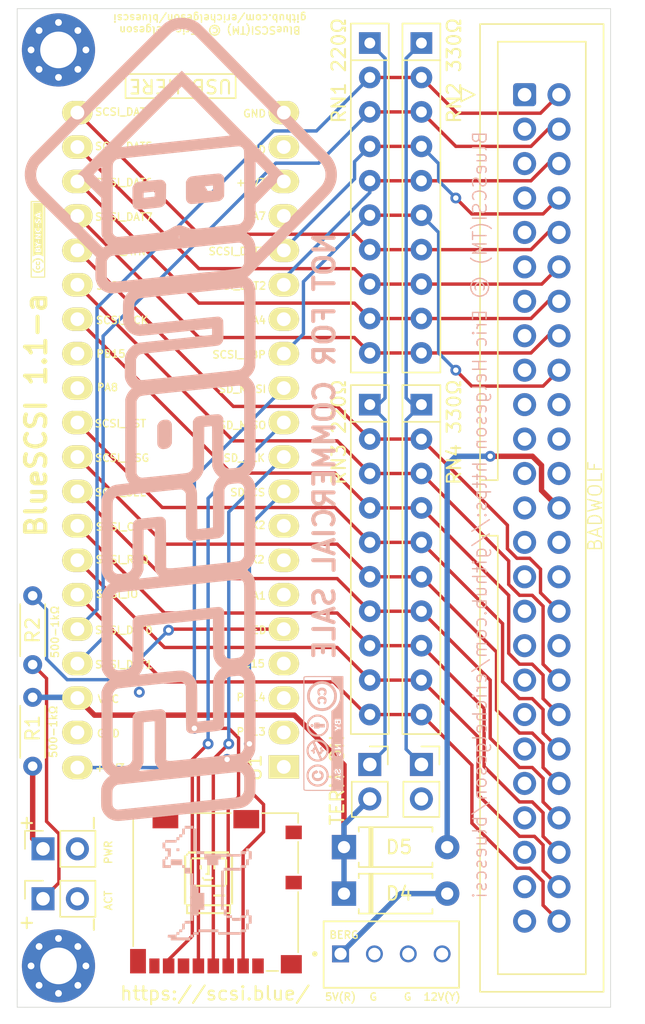
<source format=kicad_pcb>
(kicad_pcb (version 20171130) (host pcbnew "(5.1.10-1-10_14)")
  (layers (0 F.Cu signal) (31 B.Cu signal) (34 B.Paste user) (35 F.Paste user) (36 B.SilkS user) (37 F.SilkS user) (38 B.Mask user) (39 F.Mask user) (44 Edge.Cuts user))
  (net 0 "")
  (net 1 /SD_MISO)
  (net 2 GND)
  (net 3 /SD_CLK)
  (net 4 +3V3)
  (net 5 /SD_MOSI)
  (net 6 /SD_CS)
  (net 7 /SCSI_IO)
  (net 8 /SCSI_REQ)
  (net 9 /SCSI_CD)
  (net 10 /SCSI_SEL)
  (net 11 /SCSI_RST)
  (net 12 /SCSI_ACK)
  (net 13 /SCSI_BSY)
  (net 14 /SCSI_ATN)
  (net 15 /SCSI_MSG)
  (net 16 /SCSI_DBP)
  (net 17 /SCSI_DAT7)
  (net 18 /SCSI_DAT6)
  (net 19 /SCSI_DAT5)
  (net 20 /SCSI_DAT4)
  (net 21 /SCSI_DAT3)
  (net 22 /SCSI_DAT2)
  (net 23 /SCSI_DAT1)
  (net 24 /SCSI_DAT0)
  (net 25 "Net-(JP1-Pad1)")
  (net 26 "Net-(JP2-Pad1)")
  (net 27 VCC)
  (net 28 /TERM_PWR)
  (net 29 +5V)
  (net 30 "Net-(H1-Pad1)")
  (net 31 "Net-(H2-Pad1)")
  (net 32 /EXTERNAL_LED)
  (net 33 "Net-(J4-Pad1)")
  (net 34 "Net-(J3-Pad1)")
  (module BlueSCSILogo:dogcow (layer B.Cu) (at 95.3135 160.401 270)
    (fp_text reference G*** hide)
    (fp_text value LOGO hide)
  )
  (module BlueSCSILogo:mac_happy_small (layer F.Cu) (at 95.4405 160.3375)
    (fp_text reference G*** hide)
    (fp_text value LOGO hide)
  )
  (module BlueSCSILogo:cc_by_nc_sa_front_silk_screen (layer B.Cu) (at 103.886 149.352 270)
    (fp_text reference G*** hide)
    (fp_text value LOGO hide)
  )
  (module BlueSCSILogo:cc_by_nc_sa_small_front_silk_screen (layer F.Cu) (at 82.804 112.903 90)
    (fp_text reference G*** hide)
    (fp_text value LOGO hide)
  )
  (module BlueSCSILogo:BlueSCSILogoFP (layer B.Cu) (at 93.218 126.238 270)
    (fp_text reference G*** hide)
    (fp_text value LOGO hide)
  )
  (module blue:BluePill_STM32F103C (layer F.Cu) (at 100.965 151.765 180)
    (fp_text reference U1 (at 2.159 -0.127 270) (layer F.SilkS))
    (fp_text value BluePill_STM32F103C hide)
    (pad 40 thru_hole oval (at 15.24 -0.1016 270) (size 1.7272 2.25) (drill 1.016) (layers *.Cu *.Mask F.SilkS) (net 4 +3V3))
    (pad 39 thru_hole oval (at 15.24 2.4892 270) (size 1.7272 2.25) (drill 1.016) (layers *.Cu *.Mask F.SilkS) (net 2 GND))
    (pad 38 thru_hole oval (at 15.24 5.0292 270) (size 1.7272 2.25) (drill 1.016) (layers *.Cu *.Mask F.SilkS) (net 27 VCC))
    (pad 37 thru_hole oval (at 15.24 7.5692 270) (size 1.7272 2.25) (drill 1.016) (layers *.Cu *.Mask F.SilkS) (net 23 /SCSI_DAT1))
    (pad 36 thru_hole oval (at 15.24 10.1092 270) (size 1.7272 2.25) (drill 1.016) (layers *.Cu *.Mask F.SilkS) (net 24 /SCSI_DAT0))
    (pad 35 thru_hole oval (at 15.24 12.6492 270) (size 1.7272 2.25) (drill 1.016) (layers *.Cu *.Mask F.SilkS) (net 7 /SCSI_IO))
    (pad 34 thru_hole oval (at 15.24 15.1892 270) (size 1.7272 2.25) (drill 1.016) (layers *.Cu *.Mask F.SilkS) (net 8 /SCSI_REQ))
    (pad 33 thru_hole oval (at 15.24 17.7292 270) (size 1.7272 2.25) (drill 1.016) (layers *.Cu *.Mask F.SilkS) (net 9 /SCSI_CD))
    (pad 32 thru_hole oval (at 15.24 20.2692 270) (size 1.7272 2.25) (drill 1.016) (layers *.Cu *.Mask F.SilkS) (net 10 /SCSI_SEL))
    (pad 31 thru_hole oval (at 15.24 22.8092 270) (size 1.7272 2.25) (drill 1.016) (layers *.Cu *.Mask F.SilkS) (net 15 /SCSI_MSG))
    (pad 30 thru_hole oval (at 15.24 25.3492 270) (size 1.7272 2.25) (drill 1.016) (layers *.Cu *.Mask F.SilkS) (net 11 /SCSI_RST))
    (pad 29 thru_hole oval (at 15.24 27.8892 270) (size 1.7272 2.25) (drill 1.016) (layers *.Cu *.Mask F.SilkS))
    (pad 28 thru_hole oval (at 15.24 30.4292 270) (size 1.7272 2.25) (drill 1.016) (layers *.Cu *.Mask F.SilkS))
    (pad 27 thru_hole oval (at 15.24 32.9692 270) (size 1.7272 2.25) (drill 1.016) (layers *.Cu *.Mask F.SilkS) (net 12 /SCSI_ACK))
    (pad 26 thru_hole oval (at 15.24 35.5092 270) (size 1.7272 2.25) (drill 1.016) (layers *.Cu *.Mask F.SilkS) (net 13 /SCSI_BSY))
    (pad 25 thru_hole oval (at 15.24 38.0492 270) (size 1.7272 2.25) (drill 1.016) (layers *.Cu *.Mask F.SilkS) (net 14 /SCSI_ATN))
    (pad 24 thru_hole oval (at 15.24 40.5892 270) (size 1.7272 2.25) (drill 1.016) (layers *.Cu *.Mask F.SilkS) (net 17 /SCSI_DAT7))
    (pad 23 thru_hole oval (at 15.24 43.1292 270) (size 1.7272 2.25) (drill 1.016) (layers *.Cu *.Mask F.SilkS) (net 18 /SCSI_DAT6))
    (pad 22 thru_hole oval (at 15.24 45.6692 270) (size 1.7272 2.25) (drill 1.016) (layers *.Cu *.Mask F.SilkS) (net 19 /SCSI_DAT5))
    (pad 21 thru_hole oval (at 15.24 48.2092 270) (size 1.7272 2.25) (drill 1.016) (layers *.Cu *.Mask F.SilkS) (net 20 /SCSI_DAT4))
    (pad 20 thru_hole oval (at 0 48.2092 90) (size 1.7272 2.25) (drill 1.016) (layers *.Cu *.Mask F.SilkS) (net 2 GND))
    (pad 19 thru_hole oval (at 0 45.6692 90) (size 1.7272 2.25) (drill 1.016) (layers *.Cu *.Mask F.SilkS) (net 2 GND))
    (pad 18 thru_hole oval (at 0 43.1292 90) (size 1.7272 2.25) (drill 1.016) (layers *.Cu *.Mask F.SilkS) (net 4 +3V3))
    (pad 17 thru_hole oval (at 0 40.5892 90) (size 1.7272 2.25) (drill 1.016) (layers *.Cu *.Mask F.SilkS))
    (pad 16 thru_hole oval (at 0 38.0492 90) (size 1.7272 2.25) (drill 1.016) (layers *.Cu *.Mask F.SilkS) (net 21 /SCSI_DAT3))
    (pad 15 thru_hole oval (at 0 35.5092 90) (size 1.7272 2.25) (drill 1.016) (layers *.Cu *.Mask F.SilkS) (net 22 /SCSI_DAT2))
    (pad 14 thru_hole oval (at 0 32.9692 90) (size 1.7272 2.25) (drill 1.016) (layers *.Cu *.Mask F.SilkS))
    (pad 13 thru_hole oval (at 0 30.4292 90) (size 1.7272 2.25) (drill 1.016) (layers *.Cu *.Mask F.SilkS) (net 16 /SCSI_DBP))
    (pad 12 thru_hole oval (at 0 27.8892 90) (size 1.7272 2.25) (drill 1.016) (layers *.Cu *.Mask F.SilkS) (net 5 /SD_MOSI))
    (pad 11 thru_hole oval (at 0 25.3492 90) (size 1.7272 2.25) (drill 1.016) (layers *.Cu *.Mask F.SilkS) (net 1 /SD_MISO))
    (pad 10 thru_hole oval (at 0 22.8092 90) (size 1.7272 2.25) (drill 1.016) (layers *.Cu *.Mask F.SilkS) (net 3 /SD_CLK))
    (pad 9 thru_hole oval (at 0 20.2692 90) (size 1.7272 2.25) (drill 1.016) (layers *.Cu *.Mask F.SilkS) (net 6 /SD_CS))
    (pad 8 thru_hole oval (at 0 17.7292 90) (size 1.7272 2.25) (drill 1.016) (layers *.Cu *.Mask F.SilkS))
    (pad 7 thru_hole oval (at 0 15.1892 90) (size 1.7272 2.25) (drill 1.016) (layers *.Cu *.Mask F.SilkS))
    (pad 6 thru_hole oval (at 0 12.6492 90) (size 1.7272 2.25) (drill 1.016) (layers *.Cu *.Mask F.SilkS))
    (pad 5 thru_hole oval (at 0 10.1092 90) (size 1.7272 2.25) (drill 1.016) (layers *.Cu *.Mask F.SilkS) (net 32 /EXTERNAL_LED))
    (pad 4 thru_hole oval (at 0 7.5692 90) (size 1.7272 2.25) (drill 1.016) (layers *.Cu *.Mask F.SilkS))
    (pad 3 thru_hole oval (at 0 5.0292 90) (size 1.7272 2.25) (drill 1.016) (layers *.Cu *.Mask F.SilkS))
    (pad 2 thru_hole oval (at 0 2.4892 90) (size 1.7272 2.25) (drill 1.016) (layers *.Cu *.Mask F.SilkS))
    (pad 1 thru_hole rect (at 0 -0.0508 90) (size 1.7272 2.25) (drill 1.016) (layers *.Cu *.Mask F.SilkS))
  )
  (module Connector_IDC:IDC-Header_2x25_P2.54mm_Vertical (layer F.Cu) (at 118.745 102.235)
    (fp_text reference J2 hide)
    (fp_text value Conn_02x25_Odd_Even)
    (pad 50 thru_hole circle (at 2.54 60.96) (size 1.7 1.7) (drill 1) (layers *.Cu *.Mask) (net 7 /SCSI_IO))
    (pad 48 thru_hole circle (at 2.54 58.42) (size 1.7 1.7) (drill 1) (layers *.Cu *.Mask) (net 8 /SCSI_REQ))
    (pad 46 thru_hole circle (at 2.54 55.88) (size 1.7 1.7) (drill 1) (layers *.Cu *.Mask) (net 9 /SCSI_CD))
    (pad 44 thru_hole circle (at 2.54 53.34) (size 1.7 1.7) (drill 1) (layers *.Cu *.Mask) (net 10 /SCSI_SEL))
    (pad 42 thru_hole circle (at 2.54 50.8) (size 1.7 1.7) (drill 1) (layers *.Cu *.Mask) (net 15 /SCSI_MSG))
    (pad 40 thru_hole circle (at 2.54 48.26) (size 1.7 1.7) (drill 1) (layers *.Cu *.Mask) (net 11 /SCSI_RST))
    (pad 38 thru_hole circle (at 2.54 45.72) (size 1.7 1.7) (drill 1) (layers *.Cu *.Mask) (net 12 /SCSI_ACK))
    (pad 36 thru_hole circle (at 2.54 43.18) (size 1.7 1.7) (drill 1) (layers *.Cu *.Mask) (net 13 /SCSI_BSY))
    (pad 34 thru_hole circle (at 2.54 40.64) (size 1.7 1.7) (drill 1) (layers *.Cu *.Mask))
    (pad 32 thru_hole circle (at 2.54 38.1) (size 1.7 1.7) (drill 1) (layers *.Cu *.Mask) (net 14 /SCSI_ATN))
    (pad 30 thru_hole circle (at 2.54 35.56) (size 1.7 1.7) (drill 1) (layers *.Cu *.Mask) (net 2 GND))
    (pad 28 thru_hole circle (at 2.54 33.02) (size 1.7 1.7) (drill 1) (layers *.Cu *.Mask) (net 2 GND))
    (pad 26 thru_hole circle (at 2.54 30.48) (size 1.7 1.7) (drill 1) (layers *.Cu *.Mask) (net 28 /TERM_PWR))
    (pad 24 thru_hole circle (at 2.54 27.94) (size 1.7 1.7) (drill 1) (layers *.Cu *.Mask) (net 2 GND))
    (pad 22 thru_hole circle (at 2.54 25.4) (size 1.7 1.7) (drill 1) (layers *.Cu *.Mask) (net 2 GND))
    (pad 20 thru_hole circle (at 2.54 22.86) (size 1.7 1.7) (drill 1) (layers *.Cu *.Mask) (net 2 GND))
    (pad 18 thru_hole circle (at 2.54 20.32) (size 1.7 1.7) (drill 1) (layers *.Cu *.Mask) (net 16 /SCSI_DBP))
    (pad 16 thru_hole circle (at 2.54 17.78) (size 1.7 1.7) (drill 1) (layers *.Cu *.Mask) (net 17 /SCSI_DAT7))
    (pad 14 thru_hole circle (at 2.54 15.24) (size 1.7 1.7) (drill 1) (layers *.Cu *.Mask) (net 18 /SCSI_DAT6))
    (pad 12 thru_hole circle (at 2.54 12.7) (size 1.7 1.7) (drill 1) (layers *.Cu *.Mask) (net 19 /SCSI_DAT5))
    (pad 10 thru_hole circle (at 2.54 10.16) (size 1.7 1.7) (drill 1) (layers *.Cu *.Mask) (net 20 /SCSI_DAT4))
    (pad 8 thru_hole circle (at 2.54 7.62) (size 1.7 1.7) (drill 1) (layers *.Cu *.Mask) (net 21 /SCSI_DAT3))
    (pad 6 thru_hole circle (at 2.54 5.08) (size 1.7 1.7) (drill 1) (layers *.Cu *.Mask) (net 22 /SCSI_DAT2))
    (pad 4 thru_hole circle (at 2.54 2.54) (size 1.7 1.7) (drill 1) (layers *.Cu *.Mask) (net 23 /SCSI_DAT1))
    (pad 2 thru_hole circle (at 2.54 0) (size 1.7 1.7) (drill 1) (layers *.Cu *.Mask) (net 24 /SCSI_DAT0))
    (pad 49 thru_hole circle (at 0 60.96) (size 1.7 1.7) (drill 1) (layers *.Cu *.Mask) (net 2 GND))
    (pad 47 thru_hole circle (at 0 58.42) (size 1.7 1.7) (drill 1) (layers *.Cu *.Mask) (net 2 GND))
    (pad 45 thru_hole circle (at 0 55.88) (size 1.7 1.7) (drill 1) (layers *.Cu *.Mask) (net 2 GND))
    (pad 43 thru_hole circle (at 0 53.34) (size 1.7 1.7) (drill 1) (layers *.Cu *.Mask) (net 2 GND))
    (pad 41 thru_hole circle (at 0 50.8) (size 1.7 1.7) (drill 1) (layers *.Cu *.Mask) (net 2 GND))
    (pad 39 thru_hole circle (at 0 48.26) (size 1.7 1.7) (drill 1) (layers *.Cu *.Mask) (net 2 GND))
    (pad 37 thru_hole circle (at 0 45.72) (size 1.7 1.7) (drill 1) (layers *.Cu *.Mask) (net 2 GND))
    (pad 35 thru_hole circle (at 0 43.18) (size 1.7 1.7) (drill 1) (layers *.Cu *.Mask) (net 2 GND))
    (pad 33 thru_hole circle (at 0 40.64) (size 1.7 1.7) (drill 1) (layers *.Cu *.Mask) (net 2 GND))
    (pad 31 thru_hole circle (at 0 38.1) (size 1.7 1.7) (drill 1) (layers *.Cu *.Mask) (net 2 GND))
    (pad 29 thru_hole circle (at 0 35.56) (size 1.7 1.7) (drill 1) (layers *.Cu *.Mask) (net 2 GND))
    (pad 27 thru_hole circle (at 0 33.02) (size 1.7 1.7) (drill 1) (layers *.Cu *.Mask) (net 2 GND))
    (pad 25 thru_hole circle (at 0 30.48) (size 1.7 1.7) (drill 1) (layers *.Cu *.Mask))
    (pad 23 thru_hole circle (at 0 27.94) (size 1.7 1.7) (drill 1) (layers *.Cu *.Mask) (net 2 GND))
    (pad 21 thru_hole circle (at 0 25.4) (size 1.7 1.7) (drill 1) (layers *.Cu *.Mask) (net 2 GND))
    (pad 19 thru_hole circle (at 0 22.86) (size 1.7 1.7) (drill 1) (layers *.Cu *.Mask) (net 2 GND))
    (pad 17 thru_hole circle (at 0 20.32) (size 1.7 1.7) (drill 1) (layers *.Cu *.Mask) (net 2 GND))
    (pad 15 thru_hole circle (at 0 17.78) (size 1.7 1.7) (drill 1) (layers *.Cu *.Mask) (net 2 GND))
    (pad 13 thru_hole circle (at 0 15.24) (size 1.7 1.7) (drill 1) (layers *.Cu *.Mask) (net 2 GND))
    (pad 11 thru_hole circle (at 0 12.7) (size 1.7 1.7) (drill 1) (layers *.Cu *.Mask) (net 2 GND))
    (pad 9 thru_hole circle (at 0 10.16) (size 1.7 1.7) (drill 1) (layers *.Cu *.Mask) (net 2 GND))
    (pad 7 thru_hole circle (at 0 7.62) (size 1.7 1.7) (drill 1) (layers *.Cu *.Mask) (net 2 GND))
    (pad 5 thru_hole circle (at 0 5.08) (size 1.7 1.7) (drill 1) (layers *.Cu *.Mask) (net 2 GND))
    (pad 3 thru_hole circle (at 0 2.54) (size 1.7 1.7) (drill 1) (layers *.Cu *.Mask) (net 2 GND))
    (pad 1 thru_hole roundrect (at 0 0) (size 1.7 1.7) (drill 1) (layers *.Cu *.Mask) (roundrect_rratio 0.1470588235294118) (net 2 GND))
  )
  (module Connector_Card:microSD_HC_Molex_104031-0811 (layer F.Cu) (at 95.955 161.047 180)
    (fp_text reference J5 hide)
    (fp_text value Micro_SD_Card)
    (pad 11 smd rect (at 3.73 5.375 180) (size 1.9 1.35) (layers F.Cu F.Paste F.Mask))
    (pad 11 smd rect (at -2.24 5.375 180) (size 1.9 1.35) (layers F.Cu F.Paste F.Mask))
    (pad 9 smd rect (at -5.74 0.7 180) (size 1.2 1) (layers F.Cu F.Paste F.Mask) (net 2 GND))
    (pad 10 smd rect (at -5.74 4.4 180) (size 1.2 1) (layers F.Cu F.Paste F.Mask))
    (pad 11 smd rect (at -5.565 -5.325 180) (size 1.55 1.35) (layers F.Cu F.Paste F.Mask))
    (pad 11 smd rect (at 5.755 -5.1 180) (size 1.17 1.8) (layers F.Cu F.Paste F.Mask))
    (pad 7 smd rect (at 3.495 -5.45 180) (size 0.85 1.1) (layers F.Cu F.Paste F.Mask) (net 1 /SD_MISO))
    (pad 6 smd rect (at 2.395 -5.45 180) (size 0.85 1.1) (layers F.Cu F.Paste F.Mask) (net 2 GND))
    (pad 5 smd rect (at 1.295 -5.45 180) (size 0.85 1.1) (layers F.Cu F.Paste F.Mask) (net 3 /SD_CLK))
    (pad 4 smd rect (at 0.195 -5.45 180) (size 0.85 1.1) (layers F.Cu F.Paste F.Mask) (net 4 +3V3))
    (pad 3 smd rect (at -0.905 -5.45 180) (size 0.85 1.1) (layers F.Cu F.Paste F.Mask) (net 5 /SD_MOSI))
    (pad 2 smd rect (at -2.005 -5.45 180) (size 0.85 1.1) (layers F.Cu F.Paste F.Mask) (net 6 /SD_CS))
    (pad 8 smd rect (at 4.545 -5.45 180) (size 0.75 1.1) (layers F.Cu F.Paste F.Mask))
    (pad 1 smd rect (at -3.105 -5.45 180) (size 0.85 1.1) (layers F.Cu F.Paste F.Mask))
  )
  (module Connector_PinSocket_2.54mm:PinSocket_1x02_P2.54mm_Vertical (layer F.Cu) (at 111.125 151.638)
    (fp_text reference JP1 hide)
    (fp_text value TERM_ENABLE_GND)
    (pad 1 thru_hole rect (at 0 0) (size 1.7 1.7) (drill 1) (layers *.Cu *.Mask) (net 25 "Net-(JP1-Pad1)"))
    (pad 2 thru_hole oval (at 0 2.54) (size 1.7 1.7) (drill 1) (layers *.Cu *.Mask) (net 2 GND))
  )
  (module Connector_PinSocket_2.54mm:PinSocket_1x02_P2.54mm_Vertical (layer F.Cu) (at 107.315 151.638)
    (fp_text reference JP2 hide)
    (fp_text value TERM_ENABLE_5V)
    (pad 2 thru_hole oval (at 0 2.54) (size 1.7 1.7) (drill 1) (layers *.Cu *.Mask) (net 27 VCC))
    (pad 1 thru_hole rect (at 0 0) (size 1.7 1.7) (drill 1) (layers *.Cu *.Mask) (net 26 "Net-(JP2-Pad1)"))
  )
  (module Resistor_THT:R_Array_SIP10 (layer F.Cu) (at 107.315 98.425 270)
    (fp_text reference RN1 hide)
    (fp_text value 220)
    (pad 1 thru_hole rect (at 0 0 270) (size 1.6 1.6) (drill 0.8) (layers *.Cu *.Mask) (net 26 "Net-(JP2-Pad1)"))
    (pad 2 thru_hole oval (at 2.54 0 270) (size 1.6 1.6) (drill 0.8) (layers *.Cu *.Mask) (net 24 /SCSI_DAT0))
    (pad 3 thru_hole oval (at 5.08 0 270) (size 1.6 1.6) (drill 0.8) (layers *.Cu *.Mask) (net 23 /SCSI_DAT1))
    (pad 4 thru_hole oval (at 7.62 0 270) (size 1.6 1.6) (drill 0.8) (layers *.Cu *.Mask) (net 21 /SCSI_DAT3))
    (pad 5 thru_hole oval (at 10.16 0 270) (size 1.6 1.6) (drill 0.8) (layers *.Cu *.Mask) (net 22 /SCSI_DAT2))
    (pad 6 thru_hole oval (at 12.7 0 270) (size 1.6 1.6) (drill 0.8) (layers *.Cu *.Mask) (net 16 /SCSI_DBP))
    (pad 7 thru_hole oval (at 15.24 0 270) (size 1.6 1.6) (drill 0.8) (layers *.Cu *.Mask) (net 20 /SCSI_DAT4))
    (pad 8 thru_hole oval (at 17.78 0 270) (size 1.6 1.6) (drill 0.8) (layers *.Cu *.Mask) (net 19 /SCSI_DAT5))
    (pad 9 thru_hole oval (at 20.32 0 270) (size 1.6 1.6) (drill 0.8) (layers *.Cu *.Mask) (net 18 /SCSI_DAT6))
    (pad 10 thru_hole oval (at 22.86 0 270) (size 1.6 1.6) (drill 0.8) (layers *.Cu *.Mask) (net 17 /SCSI_DAT7))
  )
  (module Resistor_THT:R_Array_SIP10 (layer F.Cu) (at 111.125 98.425 270)
    (fp_text reference RN2 hide)
    (fp_text value 330)
    (pad 1 thru_hole rect (at 0 0 270) (size 1.6 1.6) (drill 0.8) (layers *.Cu *.Mask) (net 25 "Net-(JP1-Pad1)"))
    (pad 2 thru_hole oval (at 2.54 0 270) (size 1.6 1.6) (drill 0.8) (layers *.Cu *.Mask) (net 24 /SCSI_DAT0))
    (pad 3 thru_hole oval (at 5.08 0 270) (size 1.6 1.6) (drill 0.8) (layers *.Cu *.Mask) (net 23 /SCSI_DAT1))
    (pad 4 thru_hole oval (at 7.62 0 270) (size 1.6 1.6) (drill 0.8) (layers *.Cu *.Mask) (net 21 /SCSI_DAT3))
    (pad 5 thru_hole oval (at 10.16 0 270) (size 1.6 1.6) (drill 0.8) (layers *.Cu *.Mask) (net 22 /SCSI_DAT2))
    (pad 6 thru_hole oval (at 12.7 0 270) (size 1.6 1.6) (drill 0.8) (layers *.Cu *.Mask) (net 16 /SCSI_DBP))
    (pad 7 thru_hole oval (at 15.24 0 270) (size 1.6 1.6) (drill 0.8) (layers *.Cu *.Mask) (net 20 /SCSI_DAT4))
    (pad 8 thru_hole oval (at 17.78 0 270) (size 1.6 1.6) (drill 0.8) (layers *.Cu *.Mask) (net 19 /SCSI_DAT5))
    (pad 9 thru_hole oval (at 20.32 0 270) (size 1.6 1.6) (drill 0.8) (layers *.Cu *.Mask) (net 18 /SCSI_DAT6))
    (pad 10 thru_hole oval (at 22.86 0 270) (size 1.6 1.6) (drill 0.8) (layers *.Cu *.Mask) (net 17 /SCSI_DAT7))
  )
  (module Resistor_THT:R_Array_SIP10 (layer F.Cu) (at 107.315 125.095 270)
    (fp_text reference RN3 hide)
    (fp_text value 220)
    (pad 10 thru_hole oval (at 22.86 0 270) (size 1.6 1.6) (drill 0.8) (layers *.Cu *.Mask) (net 7 /SCSI_IO))
    (pad 9 thru_hole oval (at 20.32 0 270) (size 1.6 1.6) (drill 0.8) (layers *.Cu *.Mask) (net 8 /SCSI_REQ))
    (pad 8 thru_hole oval (at 17.78 0 270) (size 1.6 1.6) (drill 0.8) (layers *.Cu *.Mask) (net 9 /SCSI_CD))
    (pad 7 thru_hole oval (at 15.24 0 270) (size 1.6 1.6) (drill 0.8) (layers *.Cu *.Mask) (net 10 /SCSI_SEL))
    (pad 6 thru_hole oval (at 12.7 0 270) (size 1.6 1.6) (drill 0.8) (layers *.Cu *.Mask) (net 15 /SCSI_MSG))
    (pad 5 thru_hole oval (at 10.16 0 270) (size 1.6 1.6) (drill 0.8) (layers *.Cu *.Mask) (net 11 /SCSI_RST))
    (pad 4 thru_hole oval (at 7.62 0 270) (size 1.6 1.6) (drill 0.8) (layers *.Cu *.Mask) (net 12 /SCSI_ACK))
    (pad 3 thru_hole oval (at 5.08 0 270) (size 1.6 1.6) (drill 0.8) (layers *.Cu *.Mask) (net 13 /SCSI_BSY))
    (pad 2 thru_hole oval (at 2.54 0 270) (size 1.6 1.6) (drill 0.8) (layers *.Cu *.Mask) (net 14 /SCSI_ATN))
    (pad 1 thru_hole rect (at 0 0 270) (size 1.6 1.6) (drill 0.8) (layers *.Cu *.Mask) (net 26 "Net-(JP2-Pad1)"))
  )
  (module Resistor_THT:R_Array_SIP10 (layer F.Cu) (at 111.125 125.095 270)
    (fp_text reference RN4 hide)
    (fp_text value 330)
    (pad 10 thru_hole oval (at 22.86 0 270) (size 1.6 1.6) (drill 0.8) (layers *.Cu *.Mask) (net 7 /SCSI_IO))
    (pad 9 thru_hole oval (at 20.32 0 270) (size 1.6 1.6) (drill 0.8) (layers *.Cu *.Mask) (net 8 /SCSI_REQ))
    (pad 8 thru_hole oval (at 17.78 0 270) (size 1.6 1.6) (drill 0.8) (layers *.Cu *.Mask) (net 9 /SCSI_CD))
    (pad 7 thru_hole oval (at 15.24 0 270) (size 1.6 1.6) (drill 0.8) (layers *.Cu *.Mask) (net 10 /SCSI_SEL))
    (pad 6 thru_hole oval (at 12.7 0 270) (size 1.6 1.6) (drill 0.8) (layers *.Cu *.Mask) (net 15 /SCSI_MSG))
    (pad 5 thru_hole oval (at 10.16 0 270) (size 1.6 1.6) (drill 0.8) (layers *.Cu *.Mask) (net 11 /SCSI_RST))
    (pad 4 thru_hole oval (at 7.62 0 270) (size 1.6 1.6) (drill 0.8) (layers *.Cu *.Mask) (net 12 /SCSI_ACK))
    (pad 3 thru_hole oval (at 5.08 0 270) (size 1.6 1.6) (drill 0.8) (layers *.Cu *.Mask) (net 13 /SCSI_BSY))
    (pad 2 thru_hole oval (at 2.54 0 270) (size 1.6 1.6) (drill 0.8) (layers *.Cu *.Mask) (net 14 /SCSI_ATN))
    (pad 1 thru_hole rect (at 0 0 270) (size 1.6 1.6) (drill 0.8) (layers *.Cu *.Mask) (net 25 "Net-(JP1-Pad1)"))
  )
  (module 171825-4:TE_171825-4 (layer F.Cu) (at 105.156 165.608)
    (fp_text reference J1 hide)
    (fp_text value "Berg Power Connector")
    (pad 1 thru_hole rect (at 0 0) (size 1.25 1.25) (drill 0.9) (layers *.Cu *.Mask) (net 29 +5V))
    (pad 2 thru_hole circle (at 2.5 0) (size 1.25 1.25) (drill 0.9) (layers *.Cu *.Mask) (net 2 GND))
    (pad 3 thru_hole circle (at 5 0) (size 1.25 1.25) (drill 0.9) (layers *.Cu *.Mask))
    (pad 4 thru_hole circle (at 7.5 0) (size 1.25 1.25) (drill 0.9) (layers *.Cu *.Mask))
  )
  (module Diode_THT:D_A-405_P7.62mm_Horizontal (layer F.Cu) (at 105.41 161.163)
    (fp_text reference D4 (at 4.064 0 180) (layer F.SilkS))
    (fp_text value Diode)
    (pad 1 thru_hole rect (at 0 0) (size 1.8 1.8) (drill 0.9) (layers *.Cu *.Mask) (net 27 VCC))
    (pad 2 thru_hole oval (at 7.62 0) (size 1.8 1.8) (drill 0.9) (layers *.Cu *.Mask) (net 29 +5V))
  )
  (module Diode_THT:D_A-405_P7.62mm_Horizontal (layer F.Cu) (at 105.41 157.734)
    (fp_text reference D5 (at 4.064 0 180) (layer F.SilkS))
    (fp_text value Diode)
    (pad 2 thru_hole oval (at 7.62 0) (size 1.8 1.8) (drill 0.9) (layers *.Cu *.Mask) (net 28 /TERM_PWR))
    (pad 1 thru_hole rect (at 0 0) (size 1.8 1.8) (drill 0.9) (layers *.Cu *.Mask) (net 27 VCC))
  )
  (module MountingHole:MountingHole_2.7mm_M2.5_Pad_Via (layer F.Cu) (at 84.328 98.933)
    (fp_text reference H1 hide)
    (fp_text value MountingHole_Pad)
    (pad 1 thru_hole circle (at 0 0) (size 5.4 5.4) (drill 2.7) (layers *.Cu *.Mask) (net 30 "Net-(H1-Pad1)"))
    (pad 1 thru_hole circle (at 2.025 0) (size 0.8 0.8) (drill 0.5) (layers *.Cu *.Mask) (net 30 "Net-(H1-Pad1)"))
    (pad 1 thru_hole circle (at 1.431891 1.431891) (size 0.8 0.8) (drill 0.5) (layers *.Cu *.Mask) (net 30 "Net-(H1-Pad1)"))
    (pad 1 thru_hole circle (at 0 2.025) (size 0.8 0.8) (drill 0.5) (layers *.Cu *.Mask) (net 30 "Net-(H1-Pad1)"))
    (pad 1 thru_hole circle (at -1.431891 1.431891) (size 0.8 0.8) (drill 0.5) (layers *.Cu *.Mask) (net 30 "Net-(H1-Pad1)"))
    (pad 1 thru_hole circle (at -2.025 0) (size 0.8 0.8) (drill 0.5) (layers *.Cu *.Mask) (net 30 "Net-(H1-Pad1)"))
    (pad 1 thru_hole circle (at -1.431891 -1.431891) (size 0.8 0.8) (drill 0.5) (layers *.Cu *.Mask) (net 30 "Net-(H1-Pad1)"))
    (pad 1 thru_hole circle (at 0 -2.025) (size 0.8 0.8) (drill 0.5) (layers *.Cu *.Mask) (net 30 "Net-(H1-Pad1)"))
    (pad 1 thru_hole circle (at 1.431891 -1.431891) (size 0.8 0.8) (drill 0.5) (layers *.Cu *.Mask) (net 30 "Net-(H1-Pad1)"))
  )
  (module MountingHole:MountingHole_2.7mm_M2.5_Pad_Via (layer F.Cu) (at 84.328 166.497)
    (fp_text reference H2 hide)
    (fp_text value MountingHole_Pad)
    (pad 1 thru_hole circle (at 0 0) (size 5.4 5.4) (drill 2.7) (layers *.Cu *.Mask) (net 31 "Net-(H2-Pad1)"))
    (pad 1 thru_hole circle (at 2.025 0) (size 0.8 0.8) (drill 0.5) (layers *.Cu *.Mask) (net 31 "Net-(H2-Pad1)"))
    (pad 1 thru_hole circle (at 1.431891 1.431891) (size 0.8 0.8) (drill 0.5) (layers *.Cu *.Mask) (net 31 "Net-(H2-Pad1)"))
    (pad 1 thru_hole circle (at 0 2.025) (size 0.8 0.8) (drill 0.5) (layers *.Cu *.Mask) (net 31 "Net-(H2-Pad1)"))
    (pad 1 thru_hole circle (at -1.431891 1.431891) (size 0.8 0.8) (drill 0.5) (layers *.Cu *.Mask) (net 31 "Net-(H2-Pad1)"))
    (pad 1 thru_hole circle (at -2.025 0) (size 0.8 0.8) (drill 0.5) (layers *.Cu *.Mask) (net 31 "Net-(H2-Pad1)"))
    (pad 1 thru_hole circle (at -1.431891 -1.431891) (size 0.8 0.8) (drill 0.5) (layers *.Cu *.Mask) (net 31 "Net-(H2-Pad1)"))
    (pad 1 thru_hole circle (at 0 -2.025) (size 0.8 0.8) (drill 0.5) (layers *.Cu *.Mask) (net 31 "Net-(H2-Pad1)"))
    (pad 1 thru_hole circle (at 1.431891 -1.431891) (size 0.8 0.8) (drill 0.5) (layers *.Cu *.Mask) (net 31 "Net-(H2-Pad1)"))
  )
  (module Resistor_THT:R_Axial_DIN0204_L3.6mm_D1.6mm_P5.08mm_Horizontal (layer F.Cu) (at 82.423 144.272 90)
    (fp_text reference R2 (at 2.54 0 90) (layer F.SilkS))
    (fp_text value R_US)
    (pad 1 thru_hole circle (at 0 0 90) (size 1.4 1.4) (drill 0.7) (layers *.Cu *.Mask) (net 34 "Net-(J3-Pad1)"))
    (pad 2 thru_hole oval (at 5.08 0 90) (size 1.4 1.4) (drill 0.7) (layers *.Cu *.Mask) (net 32 /EXTERNAL_LED))
  )
  (module Resistor_THT:R_Axial_DIN0204_L3.6mm_D1.6mm_P5.08mm_Horizontal (layer F.Cu) (at 82.423 151.765 90)
    (fp_text reference R1 (at 2.794 0 90) (layer F.SilkS))
    (fp_text value R_US)
    (pad 2 thru_hole oval (at 5.08 0 90) (size 1.4 1.4) (drill 0.7) (layers *.Cu *.Mask) (net 27 VCC))
    (pad 1 thru_hole circle (at 0 0 90) (size 1.4 1.4) (drill 0.7) (layers *.Cu *.Mask) (net 33 "Net-(J4-Pad1)"))
  )
  (module Connector_PinSocket_2.54mm:PinSocket_1x02_P2.54mm_Vertical (layer F.Cu) (at 83.185 161.544 90)
    (fp_text reference J3 hide)
    (fp_text value ACT_LED)
    (pad 1 thru_hole rect (at 0 0 90) (size 1.7 1.7) (drill 1) (layers *.Cu *.Mask) (net 34 "Net-(J3-Pad1)"))
    (pad 2 thru_hole oval (at 0 2.54 90) (size 1.7 1.7) (drill 1) (layers *.Cu *.Mask) (net 2 GND))
  )
  (module Connector_PinSocket_2.54mm:PinSocket_1x02_P2.54mm_Vertical (layer F.Cu) (at 83.185 157.861 90)
    (fp_text reference J4 hide)
    (fp_text value POWER_LED)
    (pad 2 thru_hole oval (at 0 2.54 90) (size 1.7 1.7) (drill 1) (layers *.Cu *.Mask) (net 2 GND))
    (pad 1 thru_hole rect (at 0 0 90) (size 1.7 1.7) (drill 1) (layers *.Cu *.Mask) (net 33 "Net-(J4-Pad1)"))
  )
  (gr_text PA1 (at 98.8695 139.192) (layer F.SilkS) (effects (font (size 0.55 0.55) (thickness 0.1))))
  (gr_text PA7 (at 98.8695 111.1885) (layer F.SilkS) (effects (font (size 0.55 0.55) (thickness 0.1))))
  (gr_text PA4 (at 98.8695 118.872) (layer F.SilkS) (effects (font (size 0.55 0.55) (thickness 0.1))))
  (gr_text PA8 (at 87.9475 123.825) (layer F.SilkS) (effects (font (size 0.55 0.55) (thickness 0.1))))
  (gr_text PB15 (at 88.2015 121.3485) (layer F.SilkS) (effects (font (size 0.55 0.55) (thickness 0.1))))
  (gr_text PC15 (at 98.4885 144.2085) (layer F.SilkS) (effects (font (size 0.55 0.55) (thickness 0.1))))
  (gr_text PC14 (at 98.552 146.685) (layer F.SilkS) (effects (font (size 0.55 0.55) (thickness 0.1))))
  (gr_text PC13 (at 98.552 149.225) (layer F.SilkS) (effects (font (size 0.55 0.55) (thickness 0.1))))
  (gr_text RX2 (at 98.806 133.985) (layer F.SilkS) (effects (font (size 0.55 0.55) (thickness 0.1))))
  (gr_text TX2 (at 98.806 136.525) (layer F.SilkS) (effects (font (size 0.55 0.55) (thickness 0.1))))
  (gr_text "BlueSCSI(TM) © Eric Helgeson https://github.com/erichelgeson/bluescsi" (at 115.443 133.223 90) (layer B.SilkS) (effects (font (size 1 1) (thickness 0.1)) (justify mirror)))
  (gr_text 500-1kΩ (at 84.074 141.859 90) (layer F.SilkS) (effects (font (size 0.55 0.55) (thickness 0.1))))
  (gr_text 500-1kΩ (at 83.947 149.225 90) (layer F.SilkS) (effects (font (size 0.55 0.55) (thickness 0.1))))
  (gr_text BERG (at 105.41 164.211) (layer F.SilkS) (effects (font (size 0.55 0.55) (thickness 0.1))))
  (gr_text ACT (at 88.011 161.671 90) (layer F.SilkS) (effects (font (size 0.55 0.55) (thickness 0.1))))
  (gr_text PWR (at 88.011 158.115 90) (layer F.SilkS) (effects (font (size 0.55 0.55) (thickness 0.1))))
  (gr_text VCC (at 88.011 146.812) (layer F.SilkS) (effects (font (size 0.55 0.55) (thickness 0.1))))
  (gr_text GND (at 88.011 149.352) (layer F.SilkS) (effects (font (size 0.55 0.55) (thickness 0.1))))
  (gr_text +3V3 (at 88.138 151.892) (layer F.SilkS) (effects (font (size 0.55 0.55) (thickness 0.1))))
  (gr_text GND (at 98.806 103.632) (layer F.SilkS) (effects (font (size 0.55 0.55) (thickness 0.1))))
  (gr_text GND (at 98.806 106.299) (layer F.SilkS) (effects (font (size 0.55 0.55) (thickness 0.1))))
  (gr_text +3V3 (at 98.552 108.712) (layer F.SilkS) (effects (font (size 0.55 0.55) (thickness 0.1))))
  (gr_text SCSI_DAT3 (at 97.536 113.792) (layer F.SilkS) (effects (font (size 0.55 0.55) (thickness 0.1))))
  (gr_text SCSI_DAT2 (at 97.536 116.332) (layer F.SilkS) (effects (font (size 0.55 0.55) (thickness 0.1))))
  (gr_text SCSI_DBP (at 97.663 121.412) (layer F.SilkS) (effects (font (size 0.55 0.55) (thickness 0.1))))
  (gr_text SD_MOSI (at 97.917 123.952) (layer F.SilkS) (effects (font (size 0.55 0.55) (thickness 0.1))))
  (gr_text SD_MISO (at 97.917 126.619) (layer F.SilkS) (effects (font (size 0.55 0.55) (thickness 0.1))))
  (gr_text SD_CLK (at 98.044 129.032) (layer F.SilkS) (effects (font (size 0.55 0.55) (thickness 0.1))))
  (gr_text SD_CS (at 98.298 131.572) (layer F.SilkS) (effects (font (size 0.55 0.55) (thickness 0.1))))
  (gr_text LED (at 98.933 141.732) (layer F.SilkS) (effects (font (size 0.55 0.55) (thickness 0.1))))
  (gr_text SCSI_DAT1 (at 89.154 144.272) (layer F.SilkS) (effects (font (size 0.55 0.55) (thickness 0.1))))
  (gr_text SCSI_DAT0 (at 89.154 141.732) (layer F.SilkS) (effects (font (size 0.55 0.55) (thickness 0.1))))
  (gr_text SCSI_IO (at 88.646 139.065) (layer F.SilkS) (effects (font (size 0.55 0.55) (thickness 0.1))))
  (gr_text SCSI_REQ (at 89.027 136.525) (layer F.SilkS) (effects (font (size 0.55 0.55) (thickness 0.1))))
  (gr_text SCSI_CD (at 88.773 134.112) (layer F.SilkS) (effects (font (size 0.55 0.55) (thickness 0.1))))
  (gr_text SCSI_SEL (at 88.9 131.572) (layer F.SilkS) (effects (font (size 0.55 0.55) (thickness 0.1))))
  (gr_text SCSI_MSG (at 89.027 129.032) (layer F.SilkS) (effects (font (size 0.55 0.55) (thickness 0.1))))
  (gr_text SCSI_RST (at 88.9 126.492) (layer F.SilkS) (effects (font (size 0.55 0.55) (thickness 0.1))))
  (gr_text SCSI_ACK (at 89.027 118.872) (layer F.SilkS) (effects (font (size 0.55 0.55) (thickness 0.1))))
  (gr_text SCSI_BSY (at 89.027 116.332) (layer F.SilkS) (effects (font (size 0.55 0.55) (thickness 0.1))))
  (gr_text SCSI_ATN (at 88.9 113.792) (layer F.SilkS) (effects (font (size 0.55 0.55) (thickness 0.1))))
  (gr_text SCSI_DAT7 (at 89.154 111.252) (layer F.SilkS) (effects (font (size 0.55 0.55) (thickness 0.1))))
  (gr_text SCSI_DAT6 (at 89.154 108.712) (layer F.SilkS) (effects (font (size 0.55 0.55) (thickness 0.1))))
  (gr_text SCSI_DAT5 (at 89.154 106.045) (layer F.SilkS) (effects (font (size 0.55 0.55) (thickness 0.1))))
  (gr_text SCSI_DAT4 (at 89.154 103.505) (layer F.SilkS) (effects (font (size 0.55 0.55) (thickness 0.1))))
  (gr_text + (at 81.915 163.322 90) (layer F.SilkS) (effects (font (size 1 1))))
  (gr_text - (at 86.868 163.449 90) (layer F.SilkS) (effects (font (size 1 1))))
  (gr_text + (at 81.915 155.956 90) (layer F.SilkS) (effects (font (size 1 1))))
  (gr_text - (at 86.868 155.956 90) (layer F.SilkS) (effects (font (size 1 1))))
  (gr_text "BlueSCSI(TM) ©  Eric Helgeson\ngithub.com/erichelgeson/bluescsi" (at 95.504 97.028 180) (layer F.SilkS) (effects (font (size 0.55 0.55) (thickness 0.1))))
  (gr_line (start 97.409 102.489) (end 97.282 102.489) (layer F.SilkS) (width 0.12))
  (gr_line (start 97.409 100.711) (end 97.409 102.489) (layer F.SilkS) (width 0.12))
  (gr_line (start 97.282 100.711) (end 97.409 100.711) (layer F.SilkS) (width 0.12))
  (gr_line (start 89.281 100.711) (end 97.282 100.711) (layer F.SilkS) (width 0.12))
  (gr_line (start 89.281 102.489) (end 97.282 102.489) (layer F.SilkS) (width 0.12))
  (gr_line (start 89.281 100.711) (end 89.281 102.489) (layer F.SilkS) (width 0.12))
  (gr_text https://scsi.blue/ (at 95.885 168.529) (layer F.SilkS) (effects (font (size 1 1))))
  (gr_text "12V(Y)" (at 112.649 168.783) (layer F.SilkS) (effects (font (size 0.55 0.55) (thickness 0.1))))
  (gr_text G (at 110.109 168.783) (layer F.SilkS) (effects (font (size 0.55 0.55) (thickness 0.1))))
  (gr_text G (at 107.569 168.783) (layer F.SilkS) (effects (font (size 0.55 0.55) (thickness 0.1))))
  (gr_text "5V(R)" (at 105.156 168.783) (layer F.SilkS) (effects (font (size 0.55 0.55) (thickness 0.1))))
  (gr_text "BADWOLF\n" (at 123.952 132.588 90) (layer F.SilkS) (effects (font (size 1 1) (thickness 0.1))))
  (gr_text "NOT FOR COMMERCIAL SALE" (at 103.9622 128.143 90) (layer B.SilkS) (effects (font (size 1.5 1.5) (thickness 0.3)) (justify mirror)))
  (gr_text "USB HERE" (at 93.345 101.6 180) (layer F.SilkS) (effects (font (size 1 1))))
  (gr_text "RN2 330Ω" (at 113.538 100.457 90) (layer F.SilkS) (effects (font (size 1 1))))
  (gr_text "RN1 220Ω" (at 105.029 100.457 90) (layer F.SilkS) (effects (font (size 1 1))))
  (gr_line (start 81.915 169.545) (end 81.28 169.545) (layer Edge.Cuts) (width 0.05))
  (gr_line (start 81.28 168.275) (end 81.28 169.545) (layer Edge.Cuts) (width 0.05))
  (gr_line (start 125.095 169.545) (end 81.915 169.545) (layer Edge.Cuts) (width 0.05))
  (gr_line (start 125.095 168.275) (end 125.095 169.545) (layer Edge.Cuts) (width 0.05))
  (gr_text "RN4 330Ω" (at 113.538 127.127 90) (layer F.SilkS) (effects (font (size 1 1))))
  (gr_text "RN3 220Ω" (at 105.029 127.127 90) (layer F.SilkS) (effects (font (size 1 1))))
  (gr_text "TERM ON" (at 104.902 152.781 90) (layer F.SilkS) (effects (font (size 1 1))))
  (gr_line (start 125.095 95.885) (end 81.28 95.885) (layer Edge.Cuts) (width 0.05))
  (gr_line (start 125.095 168.275) (end 125.095 95.885) (layer Edge.Cuts) (width 0.05))
  (gr_line (start 81.28 168.275) (end 81.28 95.885) (layer Edge.Cuts) (width 0.05))
  (gr_text "BlueSCSI 1.1-a" (at 82.677 125.857 90) (layer F.SilkS) (effects (font (size 1.5 1.5) (thickness 0.3))))
  (segment (start 100.965 126.3142) (end 101.0158 126.3142) (width 0.25) (layer F.Cu) (net 1))
  (segment (start 100.965 126.4158) (end 95.377 132.0038) (width 0.25) (layer B.Cu) (net 1))
  (via (at 95.377 150.114) (size 0.8) (drill 0.4) (layers F.Cu B.Cu) (net 1))
  (segment (start 95.377 150.114) (end 95.377 132.0038) (width 0.25) (layer B.Cu) (net 1))
  (segment (start 94.20999 164.287008) (end 92.46 166.036998) (width 0.25) (layer F.Cu) (net 1))
  (segment (start 92.46 166.036998) (end 92.46 166.497) (width 0.25) (layer F.Cu) (net 1))
  (segment (start 94.20999 151.28101) (end 94.20999 164.287008) (width 0.25) (layer F.Cu) (net 1))
  (segment (start 95.377 150.114) (end 94.20999 151.28101) (width 0.25) (layer F.Cu) (net 1))
  (via (at 90.297 146.304) (size 0.8) (drill 0.4) (layers F.Cu B.Cu) (net 2))
  (segment (start 100.965 128.8542) (end 101.0158 128.8542) (width 0.25) (layer F.Cu) (net 3))
  (via (at 96.901 150.114) (size 0.8) (drill 0.4) (layers F.Cu B.Cu) (net 3))
  (segment (start 96.901 133.0198) (end 100.965 128.9558) (width 0.25) (layer B.Cu) (net 3))
  (segment (start 96.901 133.0198) (end 96.901 150.114) (width 0.25) (layer B.Cu) (net 3))
  (segment (start 94.66 152.355) (end 94.66 166.497) (width 0.25) (layer F.Cu) (net 3))
  (segment (start 96.901 150.114) (end 94.66 152.355) (width 0.25) (layer F.Cu) (net 3))
  (segment (start 95.76 152.280306) (end 96.778653 151.261653) (width 0.25) (layer F.Cu) (net 4))
  (segment (start 95.76 166.497) (end 95.76 152.280306) (width 0.25) (layer F.Cu) (net 4))
  (segment (start 96.173706 151.8666) (end 85.725 151.8666) (width 0.25) (layer B.Cu) (net 4))
  (segment (start 96.778653 151.261653) (end 96.173706 151.8666) (width 0.25) (layer B.Cu) (net 4))
  (via (at 96.778653 151.261653) (size 0.8) (drill 0.4) (layers F.Cu B.Cu) (net 4))
  (via (at 94.361 148.971) (size 0.8) (drill 0.4) (layers F.Cu B.Cu) (net 5))
  (segment (start 94.361 130.4798) (end 96.5454 128.2954) (width 0.25) (layer B.Cu) (net 5))
  (segment (start 96.5454 128.2954) (end 96.429999 128.410801) (width 0.25) (layer B.Cu) (net 5))
  (segment (start 100.965 123.8758) (end 96.5454 128.2954) (width 0.25) (layer B.Cu) (net 5))
  (segment (start 94.361 130.4798) (end 94.361 148.971) (width 0.25) (layer B.Cu) (net 5))
  (segment (start 96.86 154.796998) (end 96.86 166.497) (width 0.25) (layer F.Cu) (net 5))
  (segment (start 97.626001 154.030997) (end 96.86 154.796998) (width 0.25) (layer F.Cu) (net 5))
  (segment (start 97.626001 149.692001) (end 97.626001 154.030997) (width 0.25) (layer F.Cu) (net 5))
  (segment (start 96.905 148.971) (end 97.626001 149.692001) (width 0.25) (layer F.Cu) (net 5))
  (segment (start 94.361 148.971) (end 96.905 148.971) (width 0.25) (layer F.Cu) (net 5))
  (via (at 98.425 150.114) (size 0.8) (drill 0.4) (layers F.Cu B.Cu) (net 6))
  (segment (start 98.425 134.0358) (end 98.6409 133.8199) (width 0.25) (layer B.Cu) (net 6))
  (segment (start 98.425 150.114) (end 98.425 134.0358) (width 0.25) (layer B.Cu) (net 6))
  (segment (start 98.6409 133.8199) (end 100.965 131.4958) (width 0.25) (layer B.Cu) (net 6))
  (segment (start 99.470001 156.607001) (end 99.470001 154.588001) (width 0.25) (layer F.Cu) (net 6))
  (segment (start 97.96 158.117002) (end 99.470001 156.607001) (width 0.25) (layer F.Cu) (net 6))
  (segment (start 97.96 166.497) (end 97.96 158.117002) (width 0.25) (layer F.Cu) (net 6))
  (segment (start 98.425 153.543) (end 98.425 150.114) (width 0.25) (layer F.Cu) (net 6))
  (segment (start 99.470001 154.588001) (end 98.425 153.543) (width 0.25) (layer F.Cu) (net 6))
  (segment (start 85.725 139.1158) (end 85.725 139.065) (width 0.25) (layer F.Cu) (net 7))
  (segment (start 107.315 147.955) (end 111.125 147.955) (width 0.25) (layer F.Cu) (net 7))
  (segment (start 92.15639 145.54719) (end 104.64281 145.54719) (width 0.25) (layer F.Cu) (net 7))
  (segment (start 85.725 139.1158) (end 92.15639 145.54719) (width 0.25) (layer F.Cu) (net 7))
  (segment (start 107.05062 147.955) (end 107.315 147.955) (width 0.25) (layer F.Cu) (net 7))
  (segment (start 104.64281 145.54719) (end 107.05062 147.955) (width 0.25) (layer F.Cu) (net 7))
  (segment (start 120.109999 162.019999) (end 121.285 163.195) (width 0.25) (layer F.Cu) (net 7))
  (segment (start 120.109999 160.280997) (end 120.109999 162.019999) (width 0.25) (layer F.Cu) (net 7))
  (segment (start 119.119003 159.290001) (end 120.109999 160.280997) (width 0.25) (layer F.Cu) (net 7))
  (segment (start 118.180999 159.290001) (end 119.119003 159.290001) (width 0.25) (layer F.Cu) (net 7))
  (segment (start 114.854972 155.963974) (end 118.180999 159.290001) (width 0.25) (layer F.Cu) (net 7))
  (segment (start 114.854972 151.684972) (end 114.854972 155.963974) (width 0.25) (layer F.Cu) (net 7))
  (segment (start 111.125 147.955) (end 114.854972 151.684972) (width 0.25) (layer F.Cu) (net 7))
  (segment (start 107.315 145.415) (end 111.125 145.415) (width 0.25) (layer F.Cu) (net 8))
  (segment (start 92.15639 143.00719) (end 104.90719 143.00719) (width 0.25) (layer F.Cu) (net 8))
  (segment (start 85.725 136.5758) (end 92.15639 143.00719) (width 0.25) (layer F.Cu) (net 8))
  (segment (start 104.90719 143.00719) (end 107.315 145.415) (width 0.25) (layer F.Cu) (net 8))
  (segment (start 120.109999 159.479999) (end 121.285 160.655) (width 0.25) (layer F.Cu) (net 8))
  (segment (start 120.109999 157.576409) (end 120.109999 159.479999) (width 0.25) (layer F.Cu) (net 8))
  (segment (start 118.370997 156.939999) (end 119.473589 156.939999) (width 0.25) (layer F.Cu) (net 8))
  (segment (start 115.304981 153.873983) (end 118.370997 156.939999) (width 0.25) (layer F.Cu) (net 8))
  (segment (start 119.473589 156.939999) (end 120.109999 157.576409) (width 0.25) (layer F.Cu) (net 8))
  (segment (start 115.304981 149.594981) (end 115.304981 153.873983) (width 0.25) (layer F.Cu) (net 8))
  (segment (start 111.125 145.415) (end 115.304981 149.594981) (width 0.25) (layer F.Cu) (net 8))
  (segment (start 107.2642 142.8242) (end 107.315 142.875) (width 0.25) (layer B.Cu) (net 9))
  (segment (start 107.315 142.875) (end 111.125 142.875) (width 0.25) (layer F.Cu) (net 9))
  (segment (start 92.15639 140.46719) (end 104.90719 140.46719) (width 0.25) (layer F.Cu) (net 9))
  (segment (start 85.725 134.0358) (end 92.15639 140.46719) (width 0.25) (layer F.Cu) (net 9))
  (segment (start 104.90719 140.46719) (end 107.315 142.875) (width 0.25) (layer F.Cu) (net 9))
  (segment (start 120.109999 156.939999) (end 121.285 158.115) (width 0.25) (layer F.Cu) (net 9))
  (segment (start 119.309001 154.399999) (end 120.109999 155.200997) (width 0.25) (layer F.Cu) (net 9))
  (segment (start 118.370997 154.399999) (end 119.309001 154.399999) (width 0.25) (layer F.Cu) (net 9))
  (segment (start 115.754991 151.783993) (end 118.370997 154.399999) (width 0.25) (layer F.Cu) (net 9))
  (segment (start 120.109999 155.200997) (end 120.109999 156.939999) (width 0.25) (layer F.Cu) (net 9))
  (segment (start 115.754991 147.504991) (end 115.754991 151.783993) (width 0.25) (layer F.Cu) (net 9))
  (segment (start 111.125 142.875) (end 115.754991 147.504991) (width 0.25) (layer F.Cu) (net 9))
  (segment (start 107.2642 140.2842) (end 107.315 140.335) (width 0.25) (layer B.Cu) (net 10))
  (segment (start 107.315 140.335) (end 111.125 140.335) (width 0.25) (layer F.Cu) (net 10))
  (segment (start 104.90719 137.92719) (end 107.315 140.335) (width 0.25) (layer F.Cu) (net 10))
  (segment (start 92.15639 137.92719) (end 104.90719 137.92719) (width 0.25) (layer F.Cu) (net 10))
  (segment (start 85.725 131.4958) (end 92.15639 137.92719) (width 0.25) (layer F.Cu) (net 10))
  (segment (start 120.109999 154.399999) (end 121.285 155.575) (width 0.25) (layer F.Cu) (net 10))
  (segment (start 118.370997 151.859999) (end 119.309001 151.859999) (width 0.25) (layer F.Cu) (net 10))
  (segment (start 116.205 149.694002) (end 118.370997 151.859999) (width 0.25) (layer F.Cu) (net 10))
  (segment (start 120.109999 152.660997) (end 120.109999 154.399999) (width 0.25) (layer F.Cu) (net 10))
  (segment (start 116.205 145.415) (end 116.205 149.694002) (width 0.25) (layer F.Cu) (net 10))
  (segment (start 119.309001 151.859999) (end 120.109999 152.660997) (width 0.25) (layer F.Cu) (net 10))
  (segment (start 111.125 140.335) (end 116.205 145.415) (width 0.25) (layer F.Cu) (net 10))
  (segment (start 107.315 135.255) (end 111.125 135.255) (width 0.25) (layer F.Cu) (net 11))
  (segment (start 104.74441 132.68441) (end 107.315 135.255) (width 0.25) (layer F.Cu) (net 11))
  (segment (start 91.99361 132.68441) (end 104.74441 132.68441) (width 0.25) (layer F.Cu) (net 11))
  (segment (start 85.725 126.4158) (end 91.99361 132.68441) (width 0.25) (layer F.Cu) (net 11))
  (segment (start 120.109999 147.580997) (end 120.109999 149.319999) (width 0.25) (layer F.Cu) (net 11))
  (segment (start 119.309001 146.779999) (end 120.109999 147.580997) (width 0.25) (layer F.Cu) (net 11))
  (segment (start 118.370997 146.779999) (end 119.309001 146.779999) (width 0.25) (layer F.Cu) (net 11))
  (segment (start 120.109999 149.319999) (end 121.285 150.495) (width 0.25) (layer F.Cu) (net 11))
  (segment (start 117.119989 145.528991) (end 118.370997 146.779999) (width 0.25) (layer F.Cu) (net 11))
  (segment (start 117.119989 141.249989) (end 117.119989 145.528991) (width 0.25) (layer F.Cu) (net 11))
  (segment (start 111.125 135.255) (end 117.119989 141.249989) (width 0.25) (layer F.Cu) (net 11))
  (segment (start 107.315 132.715) (end 111.125 132.715) (width 0.25) (layer F.Cu) (net 12))
  (segment (start 104.74441 130.14441) (end 107.315 132.715) (width 0.25) (layer F.Cu) (net 12))
  (segment (start 97.07361 130.14441) (end 104.74441 130.14441) (width 0.25) (layer F.Cu) (net 12))
  (segment (start 85.725 118.7958) (end 97.07361 130.14441) (width 0.25) (layer F.Cu) (net 12))
  (segment (start 120.109999 146.779999) (end 121.285 147.955) (width 0.25) (layer F.Cu) (net 12))
  (segment (start 120.109999 145.040997) (end 120.109999 146.779999) (width 0.25) (layer F.Cu) (net 12))
  (segment (start 119.309001 144.239999) (end 120.109999 145.040997) (width 0.25) (layer F.Cu) (net 12))
  (segment (start 118.370997 144.239999) (end 119.309001 144.239999) (width 0.25) (layer F.Cu) (net 12))
  (segment (start 117.569999 143.439001) (end 118.370997 144.239999) (width 0.25) (layer F.Cu) (net 12))
  (segment (start 117.569999 139.159999) (end 117.569999 143.439001) (width 0.25) (layer F.Cu) (net 12))
  (segment (start 111.125 132.715) (end 117.569999 139.159999) (width 0.25) (layer F.Cu) (net 12))
  (segment (start 107.315 130.175) (end 111.125 130.175) (width 0.25) (layer F.Cu) (net 13))
  (segment (start 97.23639 127.76719) (end 104.90719 127.76719) (width 0.25) (layer F.Cu) (net 13))
  (segment (start 85.725 116.2558) (end 97.23639 127.76719) (width 0.25) (layer F.Cu) (net 13))
  (segment (start 104.90719 127.76719) (end 107.315 130.175) (width 0.25) (layer F.Cu) (net 13))
  (segment (start 120.109999 144.239999) (end 121.285 145.415) (width 0.25) (layer F.Cu) (net 13))
  (segment (start 119.309001 139.159999) (end 120.109999 139.960997) (width 0.25) (layer F.Cu) (net 13))
  (segment (start 118.370997 139.159999) (end 119.309001 139.159999) (width 0.25) (layer F.Cu) (net 13))
  (segment (start 117.569999 138.359001) (end 118.370997 139.159999) (width 0.25) (layer F.Cu) (net 13))
  (segment (start 120.109999 139.960997) (end 120.109999 144.239999) (width 0.25) (layer F.Cu) (net 13))
  (segment (start 117.569999 136.619999) (end 117.569999 138.359001) (width 0.25) (layer F.Cu) (net 13))
  (segment (start 111.125 130.175) (end 117.569999 136.619999) (width 0.25) (layer F.Cu) (net 13))
  (segment (start 107.315 127.635) (end 111.125 127.635) (width 0.25) (layer F.Cu) (net 14))
  (segment (start 104.90719 125.22719) (end 107.315 127.635) (width 0.25) (layer F.Cu) (net 14))
  (segment (start 97.23639 125.22719) (end 104.90719 125.22719) (width 0.25) (layer F.Cu) (net 14))
  (segment (start 85.725 113.7158) (end 97.23639 125.22719) (width 0.25) (layer F.Cu) (net 14))
  (segment (start 111.125 127.635) (end 117.475 133.985) (width 0.25) (layer F.Cu) (net 14))
  (segment (start 117.475 135.724002) (end 117.475 133.985) (width 0.25) (layer F.Cu) (net 14))
  (segment (start 118.180999 136.430001) (end 117.475 135.724002) (width 0.25) (layer F.Cu) (net 14))
  (segment (start 119.119003 136.430001) (end 118.180999 136.430001) (width 0.25) (layer F.Cu) (net 14))
  (segment (start 119.920001 137.230999) (end 119.119003 136.430001) (width 0.25) (layer F.Cu) (net 14))
  (segment (start 119.920001 138.970001) (end 119.920001 137.230999) (width 0.25) (layer F.Cu) (net 14))
  (segment (start 121.285 140.335) (end 119.920001 138.970001) (width 0.25) (layer F.Cu) (net 14))
  (segment (start 104.90719 135.38719) (end 107.315 137.795) (width 0.25) (layer F.Cu) (net 15))
  (segment (start 92.15639 135.38719) (end 104.90719 135.38719) (width 0.25) (layer F.Cu) (net 15))
  (segment (start 85.725 128.9558) (end 92.15639 135.38719) (width 0.25) (layer F.Cu) (net 15))
  (segment (start 107.315 137.795) (end 111.125 137.795) (width 0.25) (layer F.Cu) (net 15))
  (segment (start 120.109999 151.859999) (end 121.285 153.035) (width 0.25) (layer F.Cu) (net 15))
  (segment (start 120.109999 150.120997) (end 120.109999 151.859999) (width 0.25) (layer F.Cu) (net 15))
  (segment (start 119.309001 149.319999) (end 120.109999 150.120997) (width 0.25) (layer F.Cu) (net 15))
  (segment (start 118.370997 149.319999) (end 119.309001 149.319999) (width 0.25) (layer F.Cu) (net 15))
  (segment (start 116.669979 147.618981) (end 118.370997 149.319999) (width 0.25) (layer F.Cu) (net 15))
  (segment (start 116.669979 143.339979) (end 116.669979 147.618981) (width 0.25) (layer F.Cu) (net 15))
  (segment (start 111.125 137.795) (end 116.669979 143.339979) (width 0.25) (layer F.Cu) (net 15))
  (segment (start 100.965 121.2342) (end 101.0158 121.2342) (width 0.25) (layer B.Cu) (net 16))
  (segment (start 102.41501 116.02499) (end 107.315 111.125) (width 0.25) (layer B.Cu) (net 16))
  (segment (start 102.41501 119.88579) (end 102.41501 116.02499) (width 0.25) (layer B.Cu) (net 16))
  (segment (start 100.965 121.3358) (end 102.41501 119.88579) (width 0.25) (layer B.Cu) (net 16))
  (segment (start 107.315 111.125) (end 111.125 111.125) (width 0.25) (layer F.Cu) (net 16))
  (segment (start 111.125 111.125) (end 111.125 111.594002) (width 0.25) (layer B.Cu) (net 16))
  (segment (start 111.125 111.125) (end 112.395 112.395) (width 0.25) (layer B.Cu) (net 16))
  (segment (start 112.395 112.395) (end 112.395 121.285) (width 0.25) (layer B.Cu) (net 16))
  (via (at 113.665 122.555) (size 0.8) (drill 0.4) (layers F.Cu B.Cu) (net 16))
  (segment (start 112.395 121.285) (end 113.665 122.555) (width 0.25) (layer B.Cu) (net 16))
  (segment (start 120.109999 123.730001) (end 121.285 122.555) (width 0.25) (layer F.Cu) (net 16))
  (segment (start 114.840001 123.730001) (end 120.109999 123.730001) (width 0.25) (layer F.Cu) (net 16))
  (segment (start 113.665 122.555) (end 114.840001 123.730001) (width 0.25) (layer F.Cu) (net 16))
  (segment (start 107.315 121.285) (end 111.125 121.285) (width 0.25) (layer F.Cu) (net 17))
  (segment (start 106.17719 120.14719) (end 107.315 121.285) (width 0.25) (layer F.Cu) (net 17))
  (segment (start 94.69639 120.14719) (end 106.17719 120.14719) (width 0.25) (layer F.Cu) (net 17))
  (segment (start 85.725 111.1758) (end 94.69639 120.14719) (width 0.25) (layer F.Cu) (net 17))
  (segment (start 120.484002 120.015) (end 121.285 120.015) (width 0.25) (layer F.Cu) (net 17))
  (segment (start 119.214002 121.285) (end 120.484002 120.015) (width 0.25) (layer F.Cu) (net 17))
  (segment (start 111.125 121.285) (end 119.214002 121.285) (width 0.25) (layer F.Cu) (net 17))
  (segment (start 107.315 118.745) (end 111.125 118.745) (width 0.25) (layer F.Cu) (net 18))
  (segment (start 106.17719 117.60719) (end 107.315 118.745) (width 0.25) (layer F.Cu) (net 18))
  (segment (start 94.69639 117.60719) (end 106.17719 117.60719) (width 0.25) (layer F.Cu) (net 18))
  (segment (start 85.725 108.6358) (end 94.69639 117.60719) (width 0.25) (layer F.Cu) (net 18))
  (segment (start 120.484002 117.475) (end 121.285 117.475) (width 0.25) (layer F.Cu) (net 18))
  (segment (start 119.214002 118.745) (end 120.484002 117.475) (width 0.25) (layer F.Cu) (net 18))
  (segment (start 111.125 118.745) (end 119.214002 118.745) (width 0.25) (layer F.Cu) (net 18))
  (segment (start 107.315 116.205) (end 111.125 116.205) (width 0.25) (layer F.Cu) (net 19))
  (segment (start 106.17719 115.06719) (end 107.315 116.205) (width 0.25) (layer F.Cu) (net 19))
  (segment (start 94.69639 115.06719) (end 106.17719 115.06719) (width 0.25) (layer F.Cu) (net 19))
  (segment (start 85.725 106.0958) (end 94.69639 115.06719) (width 0.25) (layer F.Cu) (net 19))
  (segment (start 120.015 116.205) (end 121.285 114.935) (width 0.25) (layer F.Cu) (net 19))
  (segment (start 111.125 116.205) (end 120.015 116.205) (width 0.25) (layer F.Cu) (net 19))
  (segment (start 107.315 113.665) (end 111.125 113.665) (width 0.25) (layer F.Cu) (net 20))
  (segment (start 106.17719 112.52719) (end 107.315 113.665) (width 0.25) (layer F.Cu) (net 20))
  (segment (start 94.69639 112.52719) (end 106.17719 112.52719) (width 0.25) (layer F.Cu) (net 20))
  (segment (start 85.725 103.5558) (end 94.69639 112.52719) (width 0.25) (layer F.Cu) (net 20))
  (segment (start 120.484002 112.395) (end 121.285 112.395) (width 0.25) (layer F.Cu) (net 20))
  (segment (start 119.214002 113.665) (end 120.484002 112.395) (width 0.25) (layer F.Cu) (net 20))
  (segment (start 111.125 113.665) (end 119.214002 113.665) (width 0.25) (layer F.Cu) (net 20))
  (segment (start 107.315 106.045) (end 111.125 106.045) (width 0.25) (layer F.Cu) (net 21))
  (segment (start 100.965 113.7158) (end 100.965 113.665) (width 0.25) (layer B.Cu) (net 21))
  (segment (start 106.189999 107.170001) (end 107.315 106.045) (width 0.25) (layer B.Cu) (net 21))
  (segment (start 106.189999 108.440001) (end 106.189999 107.170001) (width 0.25) (layer B.Cu) (net 21))
  (segment (start 100.965 113.665) (end 106.189999 108.440001) (width 0.25) (layer B.Cu) (net 21))
  (segment (start 111.125 106.045) (end 112.395 107.315) (width 0.25) (layer B.Cu) (net 21))
  (segment (start 112.395 107.315) (end 112.395 108.585) (width 0.25) (layer B.Cu) (net 21))
  (via (at 113.665 109.855) (size 0.8) (drill 0.4) (layers F.Cu B.Cu) (net 21))
  (segment (start 112.395 108.585) (end 113.665 109.855) (width 0.25) (layer B.Cu) (net 21))
  (segment (start 120.109999 111.030001) (end 121.285 109.855) (width 0.25) (layer F.Cu) (net 21))
  (segment (start 114.840001 111.030001) (end 120.109999 111.030001) (width 0.25) (layer F.Cu) (net 21))
  (segment (start 113.665 109.855) (end 114.840001 111.030001) (width 0.25) (layer F.Cu) (net 21))
  (segment (start 107.315 108.585) (end 111.125 108.585) (width 0.25) (layer F.Cu) (net 22))
  (segment (start 100.965 116.1542) (end 101.0158 116.1542) (width 0.25) (layer B.Cu) (net 22))
  (segment (start 100.965 115.809998) (end 107.315 109.459998) (width 0.25) (layer B.Cu) (net 22))
  (segment (start 107.315 109.459998) (end 107.315 108.585) (width 0.25) (layer B.Cu) (net 22))
  (segment (start 100.965 116.2558) (end 100.965 115.809998) (width 0.25) (layer B.Cu) (net 22))
  (segment (start 120.484002 107.315) (end 121.285 107.315) (width 0.25) (layer F.Cu) (net 22))
  (segment (start 119.214002 108.585) (end 120.484002 107.315) (width 0.25) (layer F.Cu) (net 22))
  (segment (start 111.125 108.585) (end 119.214002 108.585) (width 0.25) (layer F.Cu) (net 22))
  (segment (start 107.315 103.505) (end 111.125 103.505) (width 0.25) (layer F.Cu) (net 23))
  (segment (start 111.125 103.505) (end 113.665 106.045) (width 0.25) (layer F.Cu) (net 23))
  (segment (start 120.484002 104.775) (end 121.285 104.775) (width 0.25) (layer F.Cu) (net 23))
  (segment (start 119.214002 106.045) (end 120.484002 104.775) (width 0.25) (layer F.Cu) (net 23))
  (segment (start 113.665 106.045) (end 119.214002 106.045) (width 0.25) (layer F.Cu) (net 23))
  (segment (start 87.62502 142.29578) (end 85.725 144.1958) (width 0.25) (layer B.Cu) (net 23))
  (segment (start 87.62502 120.033432) (end 87.62502 142.29578) (width 0.25) (layer B.Cu) (net 23))
  (segment (start 100.374042 107.28441) (end 87.62502 120.033432) (width 0.25) (layer B.Cu) (net 23))
  (segment (start 103.53559 107.28441) (end 100.374042 107.28441) (width 0.25) (layer B.Cu) (net 23))
  (segment (start 107.315 103.505) (end 103.53559 107.28441) (width 0.25) (layer B.Cu) (net 23))
  (segment (start 107.315 100.965) (end 111.125 100.965) (width 0.25) (layer F.Cu) (net 24))
  (segment (start 85.725 141.5542) (end 86.3092 141.5542) (width 0.25) (layer B.Cu) (net 24))
  (segment (start 119.920001 103.599999) (end 113.759999 103.599999) (width 0.25) (layer F.Cu) (net 24))
  (segment (start 121.285 102.235) (end 119.920001 103.599999) (width 0.25) (layer F.Cu) (net 24))
  (segment (start 113.759999 103.599999) (end 111.125 100.965) (width 0.25) (layer F.Cu) (net 24))
  (segment (start 87.17501 140.20579) (end 85.725 141.6558) (width 0.25) (layer B.Cu) (net 24))
  (segment (start 87.17501 117.943442) (end 87.17501 140.20579) (width 0.25) (layer B.Cu) (net 24))
  (segment (start 103.37281 104.90719) (end 100.211262 104.90719) (width 0.25) (layer B.Cu) (net 24))
  (segment (start 107.315 100.965) (end 103.37281 104.90719) (width 0.25) (layer B.Cu) (net 24))
  (segment (start 100.211262 104.90719) (end 87.17501 117.943442) (width 0.25) (layer B.Cu) (net 24))
  (segment (start 109.999999 99.550001) (end 111.125 98.425) (width 0.25) (layer B.Cu) (net 25))
  (segment (start 109.999999 124.606409) (end 110.806795 125.413205) (width 0.25) (layer B.Cu) (net 25))
  (segment (start 109.999999 99.550001) (end 109.999999 124.606409) (width 0.25) (layer B.Cu) (net 25))
  (segment (start 109.999999 126.220001) (end 109.999999 150.512999) (width 0.25) (layer B.Cu) (net 25))
  (segment (start 109.999999 150.512999) (end 111.125 151.638) (width 0.25) (layer B.Cu) (net 25))
  (segment (start 111.125 125.095) (end 109.999999 126.220001) (width 0.25) (layer B.Cu) (net 25))
  (segment (start 107.128599 124.644991) (end 106.996795 124.776795) (width 0.25) (layer B.Cu) (net 26))
  (segment (start 108.440001 126.220001) (end 107.315 125.095) (width 0.25) (layer B.Cu) (net 26))
  (segment (start 108.440001 150.512999) (end 108.440001 126.220001) (width 0.25) (layer B.Cu) (net 26))
  (segment (start 107.315 151.638) (end 108.440001 150.512999) (width 0.25) (layer B.Cu) (net 26))
  (segment (start 108.440001 99.550001) (end 107.315 98.425) (width 0.25) (layer B.Cu) (net 26))
  (segment (start 107.95 125.095) (end 108.440001 124.604999) (width 0.25) (layer B.Cu) (net 26))
  (segment (start 108.440001 124.604999) (end 108.440001 99.550001) (width 0.25) (layer B.Cu) (net 26))
  (segment (start 107.315 125.095) (end 107.95 125.095) (width 0.25) (layer B.Cu) (net 26))
  (segment (start 105.41 157.734) (end 105.41 161.163) (width 0.4) (layer B.Cu) (net 27))
  (segment (start 105.41 156.083) (end 107.315 154.178) (width 0.4) (layer B.Cu) (net 27))
  (segment (start 105.41 157.734) (end 105.41 156.083) (width 0.4) (layer B.Cu) (net 27))
  (segment (start 86.98861 147.99941) (end 85.725 146.7358) (width 0.4) (layer F.Cu) (net 27))
  (segment (start 101.749804 147.99941) (end 86.98861 147.99941) (width 0.4) (layer F.Cu) (net 27))
  (segment (start 105.41 151.659606) (end 101.749804 147.99941) (width 0.4) (layer F.Cu) (net 27))
  (segment (start 105.41 157.734) (end 105.41 151.659606) (width 0.4) (layer F.Cu) (net 27))
  (segment (start 82.4738 146.7358) (end 82.423 146.685) (width 0.4) (layer F.Cu) (net 27))
  (segment (start 85.6742 146.685) (end 85.725 146.7358) (width 0.4) (layer B.Cu) (net 27))
  (segment (start 82.423 146.685) (end 85.6742 146.685) (width 0.4) (layer B.Cu) (net 27))
  (segment (start 119.995001 129.574999) (end 119.325002 128.905) (width 0.4) (layer F.Cu) (net 28))
  (segment (start 119.995001 131.425001) (end 119.995001 129.574999) (width 0.4) (layer F.Cu) (net 28))
  (segment (start 121.285 132.715) (end 119.995001 131.425001) (width 0.4) (layer F.Cu) (net 28))
  (via (at 116.205 128.905) (size 0.8) (drill 0.4) (layers F.Cu B.Cu) (net 28))
  (segment (start 119.325002 128.905) (end 116.205 128.905) (width 0.4) (layer F.Cu) (net 28))
  (segment (start 116.205 128.905) (end 113.665 128.905) (width 0.4) (layer B.Cu) (net 28))
  (segment (start 113.665 128.905) (end 113.03 129.54) (width 0.4) (layer B.Cu) (net 28))
  (segment (start 113.03 129.54) (end 113.03 157.734) (width 0.4) (layer B.Cu) (net 28))
  (segment (start 109.601 161.163) (end 105.156 165.608) (width 0.4) (layer B.Cu) (net 29))
  (segment (start 113.03 161.163) (end 109.601 161.163) (width 0.4) (layer B.Cu) (net 29))
  (via (at 92.456 141.732) (size 0.8) (drill 0.4) (layers F.Cu B.Cu) (net 32))
  (segment (start 92.5322 141.6558) (end 92.456 141.732) (width 0.25) (layer F.Cu) (net 32))
  (segment (start 100.965 141.6558) (end 92.5322 141.6558) (width 0.25) (layer F.Cu) (net 32))
  (segment (start 83.448001 140.217001) (end 82.423 139.192) (width 0.25) (layer B.Cu) (net 32))
  (segment (start 83.448001 143.861149) (end 83.448001 140.217001) (width 0.25) (layer B.Cu) (net 32))
  (segment (start 88.80359 145.38441) (end 84.971262 145.38441) (width 0.25) (layer B.Cu) (net 32))
  (segment (start 84.971262 145.38441) (end 83.448001 143.861149) (width 0.25) (layer B.Cu) (net 32))
  (segment (start 92.456 141.732) (end 88.80359 145.38441) (width 0.25) (layer B.Cu) (net 32))
  (segment (start 82.423 157.099) (end 83.185 157.861) (width 0.4) (layer F.Cu) (net 33))
  (segment (start 82.423 151.765) (end 82.423 157.099) (width 0.4) (layer F.Cu) (net 33))
  (segment (start 84.360001 160.368999) (end 83.185 161.544) (width 0.25) (layer F.Cu) (net 34))
  (segment (start 84.360001 156.750999) (end 84.360001 160.368999) (width 0.25) (layer F.Cu) (net 34))
  (segment (start 83.448001 145.297001) (end 83.448001 155.838999) (width 0.25) (layer F.Cu) (net 34))
  (segment (start 83.448001 155.838999) (end 84.360001 156.750999) (width 0.25) (layer F.Cu) (net 34))
  (segment (start 82.423 144.272) (end 83.448001 145.297001) (width 0.25) (layer F.Cu) (net 34))
)
</source>
